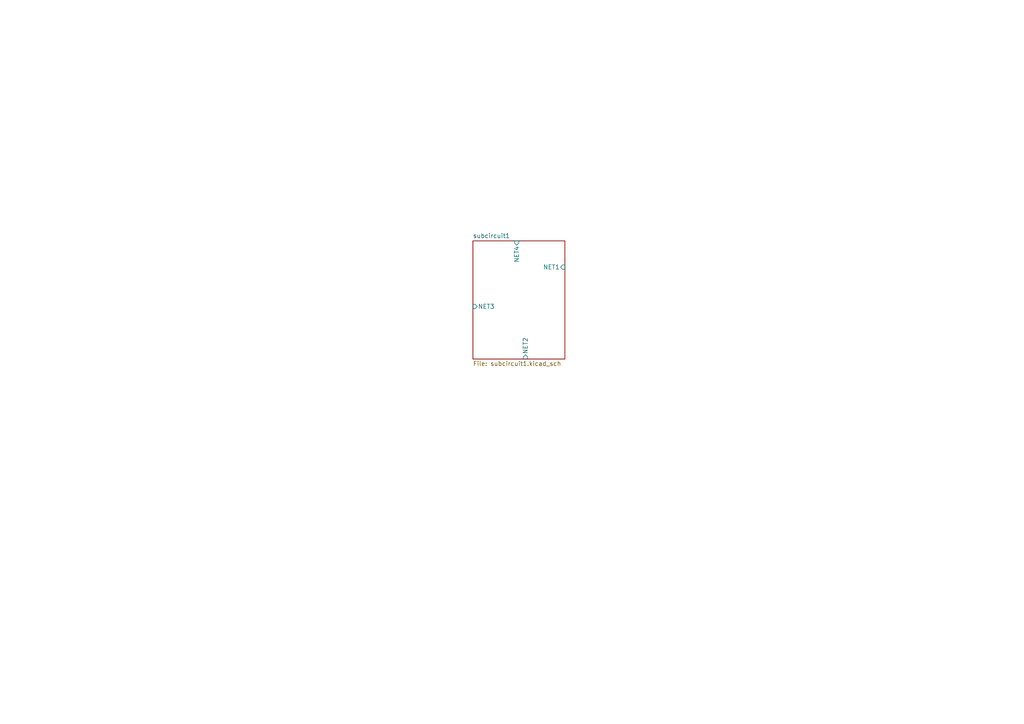
<source format=kicad_sch>
(kicad_sch
	(version 20250114)
	(generator "eeschema")
	(generator_version "9.0")
	(uuid "bfabd21f-2733-4953-b034-506cb9fdf9ab")
	(paper "A4")
	(lib_symbols)
	(sheet
		(at 137.16 69.85)
		(size 26.67 34.29)
		(exclude_from_sim no)
		(in_bom yes)
		(on_board yes)
		(dnp no)
		(fields_autoplaced yes)
		(stroke
			(width 0.1524)
			(type solid)
		)
		(fill
			(color 0 0 0 0.0000)
		)
		(uuid "0c5266be-4fa5-460f-9a2f-0ee59ba7fd90")
		(property "Sheetname" "subcircuit1"
			(at 137.16 69.1384 0)
			(effects
				(font
					(size 1.27 1.27)
				)
				(justify left bottom)
			)
		)
		(property "Sheetfile" "subcircuit1.kicad_sch"
			(at 137.16 104.7246 0)
			(effects
				(font
					(size 1.27 1.27)
				)
				(justify left top)
			)
		)
		(pin "NET1" input
			(at 163.83 77.47 0)
			(uuid "adb66f51-2859-4ace-9abe-5e0b55f948be")
			(effects
				(font
					(size 1.27 1.27)
				)
				(justify right)
			)
		)
		(pin "NET2" input
			(at 152.4 104.14 270)
			(uuid "0c836392-4429-40d9-91c2-d87405912244")
			(effects
				(font
					(size 1.27 1.27)
				)
				(justify left)
			)
		)
		(pin "NET3" input
			(at 137.16 88.9 180)
			(uuid "c166d84a-1fa1-4e90-92b4-f8b6a553b2ad")
			(effects
				(font
					(size 1.27 1.27)
				)
				(justify left)
			)
		)
		(pin "NET4" input
			(at 149.86 69.85 90)
			(uuid "fe1dfbfa-ad4a-4fc0-96a5-37056490ac1e")
			(effects
				(font
					(size 1.27 1.27)
				)
				(justify right)
			)
		)
		(instances
			(project "single_hierarchical_sheet"
				(path "/bfabd21f-2733-4953-b034-506cb9fdf9ab"
					(page "2")
				)
			)
		)
	)
	(sheet_instances
		(path "/"
			(page "1")
		)
	)
	(embedded_fonts no)
)

</source>
